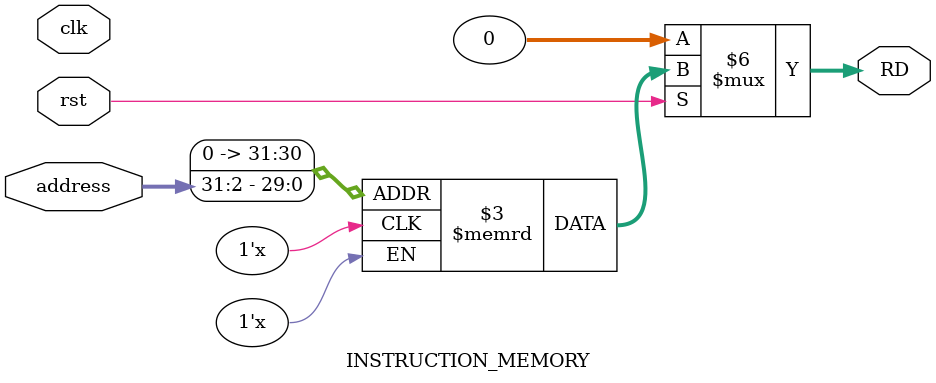
<source format=v>
module INSTRUCTION_MEMORY(
    input [31:0]address,
    output reg[31:0] RD,
    input clk ,rst
);
reg [31:0] instruction_memory_registers[0:1024];
always @(*) begin
    if (!rst) begin
        RD<=32'b0;
    end
    else
    begin
      RD=instruction_memory_registers[address>>2];
    end
end

endmodule

</source>
